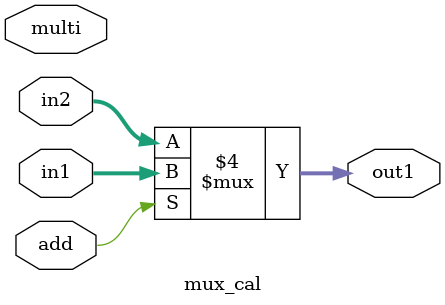
<source format=v>
`timescale 1ns / 1ps
module mux_cal(
    add,multi,in1,in2,
    out1
    );
	 input add;
    input multi;
    input [15:0] in1;
	 input [15:0] in2;
	 
	 output [15:0] out1;
	 reg [15:0] out1;
	 always @(*)
	 begin
	 if(add == 1)
		out1 = in1;
	 else
		out1 = in2;
	end


endmodule

</source>
